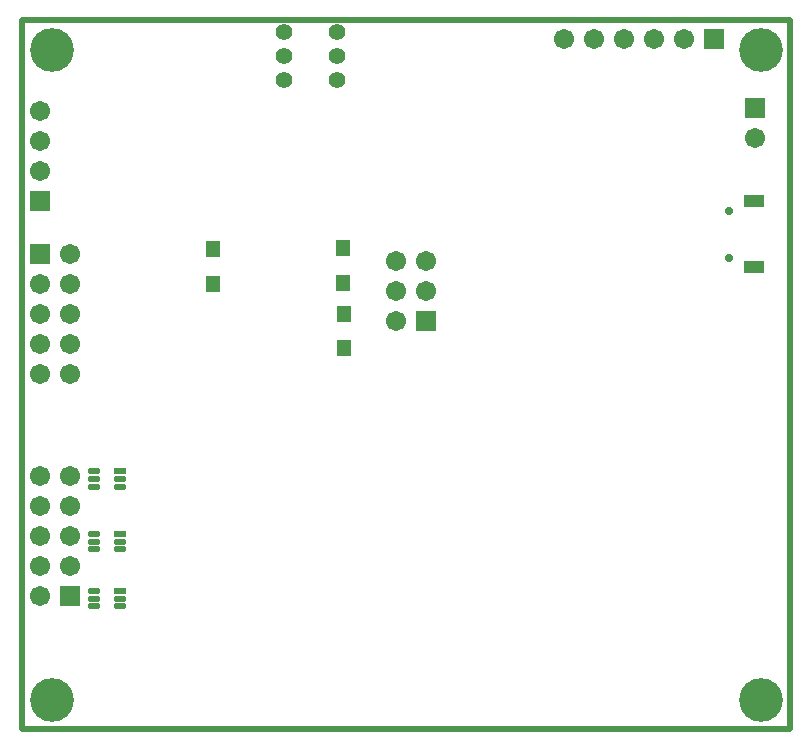
<source format=gbs>
G04*
G04 #@! TF.GenerationSoftware,Altium Limited,Altium Designer,18.1.9 (240)*
G04*
G04 Layer_Color=16711935*
%FSLAX24Y24*%
%MOIN*%
G70*
G01*
G75*
%ADD17C,0.0200*%
%ADD22C,0.0050*%
%ADD68C,0.0671*%
%ADD74R,0.0415X0.0218*%
%ADD75O,0.0415X0.0218*%
%ADD80R,0.0671X0.0671*%
%ADD81R,0.0671X0.0671*%
%ADD82C,0.0552*%
%ADD83C,0.0277*%
%ADD84R,0.0671X0.0395*%
%ADD85C,0.1458*%
%ADD98R,0.0474X0.0572*%
D17*
X0Y23622D02*
X25591D01*
Y0D02*
Y23622D01*
X0Y0D02*
X25591D01*
X0D02*
Y23622D01*
D22*
X24171Y15478D02*
X24611D01*
X24171Y15298D02*
X24611D01*
X24171D02*
Y15478D01*
X24611Y15298D02*
Y15478D01*
X24171Y17702D02*
X24611D01*
X24171Y17522D02*
X24611D01*
X24171D02*
Y17702D01*
X24611Y17522D02*
Y17702D01*
D68*
X600Y20600D02*
D03*
Y19600D02*
D03*
Y18600D02*
D03*
X22050Y23000D02*
D03*
X21050D02*
D03*
X20050D02*
D03*
X19050D02*
D03*
X18050D02*
D03*
X600Y8450D02*
D03*
X1600D02*
D03*
X600Y7450D02*
D03*
X1600D02*
D03*
X600Y6450D02*
D03*
X1600D02*
D03*
X600Y5450D02*
D03*
X1600D02*
D03*
X600Y4450D02*
D03*
X1600Y11850D02*
D03*
X600D02*
D03*
X1600Y12850D02*
D03*
X600D02*
D03*
X1600Y13850D02*
D03*
X600D02*
D03*
X1600Y14850D02*
D03*
X600D02*
D03*
X1600Y15850D02*
D03*
X24417Y19700D02*
D03*
X12450Y13600D02*
D03*
X13450Y14600D02*
D03*
X12450D02*
D03*
X13450Y15600D02*
D03*
X12450D02*
D03*
D74*
X3253Y4606D02*
D03*
Y6510D02*
D03*
Y8595D02*
D03*
D75*
Y4350D02*
D03*
Y4094D02*
D03*
X2387Y4606D02*
D03*
Y4350D02*
D03*
Y4094D02*
D03*
X3253Y6254D02*
D03*
Y5998D02*
D03*
X2387Y6510D02*
D03*
Y6254D02*
D03*
Y5998D02*
D03*
X3253Y8339D02*
D03*
Y8084D02*
D03*
X2387Y8595D02*
D03*
Y8339D02*
D03*
Y8084D02*
D03*
D80*
X600Y17600D02*
D03*
X1600Y4450D02*
D03*
X600Y15850D02*
D03*
X24417Y20700D02*
D03*
X13450Y13600D02*
D03*
D81*
X23050Y23000D02*
D03*
D82*
X8728Y21650D02*
D03*
Y22437D02*
D03*
Y23225D02*
D03*
X10500D02*
D03*
Y22437D02*
D03*
Y21650D02*
D03*
D83*
X23550Y17287D02*
D03*
Y15713D02*
D03*
D84*
X24397Y15388D02*
D03*
Y17612D02*
D03*
D85*
X24606Y22638D02*
D03*
X984D02*
D03*
X24606Y984D02*
D03*
X984D02*
D03*
D98*
X6350Y16001D02*
D03*
Y14839D02*
D03*
X10700Y16031D02*
D03*
Y14869D02*
D03*
X10715Y12692D02*
D03*
Y13854D02*
D03*
M02*

</source>
